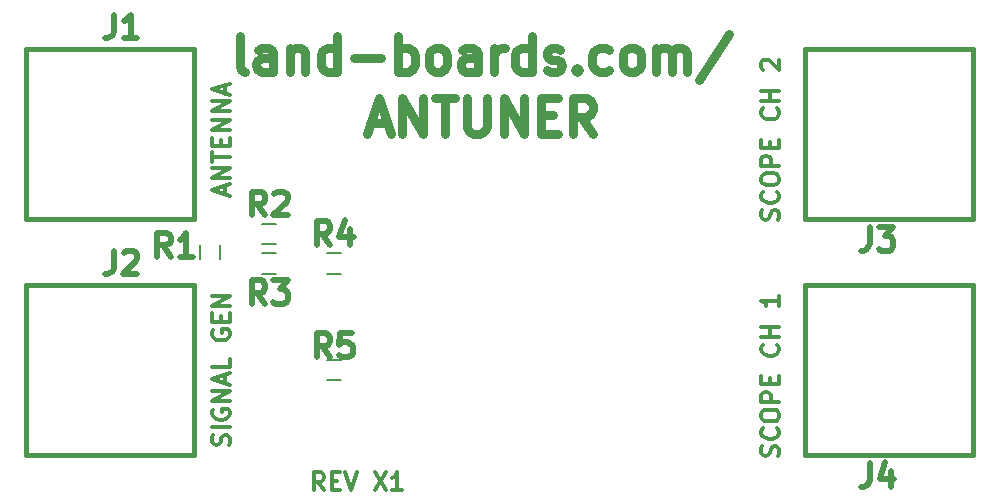
<source format=gbr>
G04 #@! TF.FileFunction,Legend,Top*
%FSLAX46Y46*%
G04 Gerber Fmt 4.6, Leading zero omitted, Abs format (unit mm)*
G04 Created by KiCad (PCBNEW 4.0.5) date 05/28/17 14:54:10*
%MOMM*%
%LPD*%
G01*
G04 APERTURE LIST*
%ADD10C,0.150000*%
%ADD11C,0.300000*%
%ADD12C,0.750000*%
%ADD13C,0.381000*%
%ADD14C,0.500000*%
G04 APERTURE END LIST*
D10*
D11*
X25142858Y-42678571D02*
X24642858Y-41964286D01*
X24285715Y-42678571D02*
X24285715Y-41178571D01*
X24857143Y-41178571D01*
X25000001Y-41250000D01*
X25071429Y-41321429D01*
X25142858Y-41464286D01*
X25142858Y-41678571D01*
X25071429Y-41821429D01*
X25000001Y-41892857D01*
X24857143Y-41964286D01*
X24285715Y-41964286D01*
X25785715Y-41892857D02*
X26285715Y-41892857D01*
X26500001Y-42678571D02*
X25785715Y-42678571D01*
X25785715Y-41178571D01*
X26500001Y-41178571D01*
X26928572Y-41178571D02*
X27428572Y-42678571D01*
X27928572Y-41178571D01*
X29428572Y-41178571D02*
X30428572Y-42678571D01*
X30428572Y-41178571D02*
X29428572Y-42678571D01*
X31785714Y-42678571D02*
X30928571Y-42678571D01*
X31357143Y-42678571D02*
X31357143Y-41178571D01*
X31214286Y-41392857D01*
X31071428Y-41535714D01*
X30928571Y-41607143D01*
X17107143Y-38857143D02*
X17178571Y-38642857D01*
X17178571Y-38285714D01*
X17107143Y-38142857D01*
X17035714Y-38071428D01*
X16892857Y-38000000D01*
X16750000Y-38000000D01*
X16607143Y-38071428D01*
X16535714Y-38142857D01*
X16464286Y-38285714D01*
X16392857Y-38571428D01*
X16321429Y-38714286D01*
X16250000Y-38785714D01*
X16107143Y-38857143D01*
X15964286Y-38857143D01*
X15821429Y-38785714D01*
X15750000Y-38714286D01*
X15678571Y-38571428D01*
X15678571Y-38214286D01*
X15750000Y-38000000D01*
X17178571Y-37357143D02*
X15678571Y-37357143D01*
X15750000Y-35857143D02*
X15678571Y-36000000D01*
X15678571Y-36214286D01*
X15750000Y-36428571D01*
X15892857Y-36571429D01*
X16035714Y-36642857D01*
X16321429Y-36714286D01*
X16535714Y-36714286D01*
X16821429Y-36642857D01*
X16964286Y-36571429D01*
X17107143Y-36428571D01*
X17178571Y-36214286D01*
X17178571Y-36071429D01*
X17107143Y-35857143D01*
X17035714Y-35785714D01*
X16535714Y-35785714D01*
X16535714Y-36071429D01*
X17178571Y-35142857D02*
X15678571Y-35142857D01*
X17178571Y-34285714D01*
X15678571Y-34285714D01*
X16750000Y-33642857D02*
X16750000Y-32928571D01*
X17178571Y-33785714D02*
X15678571Y-33285714D01*
X17178571Y-32785714D01*
X17178571Y-31571428D02*
X17178571Y-32285714D01*
X15678571Y-32285714D01*
X15750000Y-29142857D02*
X15678571Y-29285714D01*
X15678571Y-29500000D01*
X15750000Y-29714285D01*
X15892857Y-29857143D01*
X16035714Y-29928571D01*
X16321429Y-30000000D01*
X16535714Y-30000000D01*
X16821429Y-29928571D01*
X16964286Y-29857143D01*
X17107143Y-29714285D01*
X17178571Y-29500000D01*
X17178571Y-29357143D01*
X17107143Y-29142857D01*
X17035714Y-29071428D01*
X16535714Y-29071428D01*
X16535714Y-29357143D01*
X16392857Y-28428571D02*
X16392857Y-27928571D01*
X17178571Y-27714285D02*
X17178571Y-28428571D01*
X15678571Y-28428571D01*
X15678571Y-27714285D01*
X17178571Y-27071428D02*
X15678571Y-27071428D01*
X17178571Y-26214285D01*
X15678571Y-26214285D01*
X63607143Y-39785714D02*
X63678571Y-39571428D01*
X63678571Y-39214285D01*
X63607143Y-39071428D01*
X63535714Y-38999999D01*
X63392857Y-38928571D01*
X63250000Y-38928571D01*
X63107143Y-38999999D01*
X63035714Y-39071428D01*
X62964286Y-39214285D01*
X62892857Y-39499999D01*
X62821429Y-39642857D01*
X62750000Y-39714285D01*
X62607143Y-39785714D01*
X62464286Y-39785714D01*
X62321429Y-39714285D01*
X62250000Y-39642857D01*
X62178571Y-39499999D01*
X62178571Y-39142857D01*
X62250000Y-38928571D01*
X63535714Y-37428571D02*
X63607143Y-37500000D01*
X63678571Y-37714286D01*
X63678571Y-37857143D01*
X63607143Y-38071428D01*
X63464286Y-38214286D01*
X63321429Y-38285714D01*
X63035714Y-38357143D01*
X62821429Y-38357143D01*
X62535714Y-38285714D01*
X62392857Y-38214286D01*
X62250000Y-38071428D01*
X62178571Y-37857143D01*
X62178571Y-37714286D01*
X62250000Y-37500000D01*
X62321429Y-37428571D01*
X62178571Y-36500000D02*
X62178571Y-36214286D01*
X62250000Y-36071428D01*
X62392857Y-35928571D01*
X62678571Y-35857143D01*
X63178571Y-35857143D01*
X63464286Y-35928571D01*
X63607143Y-36071428D01*
X63678571Y-36214286D01*
X63678571Y-36500000D01*
X63607143Y-36642857D01*
X63464286Y-36785714D01*
X63178571Y-36857143D01*
X62678571Y-36857143D01*
X62392857Y-36785714D01*
X62250000Y-36642857D01*
X62178571Y-36500000D01*
X63678571Y-35214285D02*
X62178571Y-35214285D01*
X62178571Y-34642857D01*
X62250000Y-34499999D01*
X62321429Y-34428571D01*
X62464286Y-34357142D01*
X62678571Y-34357142D01*
X62821429Y-34428571D01*
X62892857Y-34499999D01*
X62964286Y-34642857D01*
X62964286Y-35214285D01*
X62892857Y-33714285D02*
X62892857Y-33214285D01*
X63678571Y-32999999D02*
X63678571Y-33714285D01*
X62178571Y-33714285D01*
X62178571Y-32999999D01*
X63535714Y-30357142D02*
X63607143Y-30428571D01*
X63678571Y-30642857D01*
X63678571Y-30785714D01*
X63607143Y-30999999D01*
X63464286Y-31142857D01*
X63321429Y-31214285D01*
X63035714Y-31285714D01*
X62821429Y-31285714D01*
X62535714Y-31214285D01*
X62392857Y-31142857D01*
X62250000Y-30999999D01*
X62178571Y-30785714D01*
X62178571Y-30642857D01*
X62250000Y-30428571D01*
X62321429Y-30357142D01*
X63678571Y-29714285D02*
X62178571Y-29714285D01*
X62892857Y-29714285D02*
X62892857Y-28857142D01*
X63678571Y-28857142D02*
X62178571Y-28857142D01*
X63678571Y-26214285D02*
X63678571Y-27071428D01*
X63678571Y-26642856D02*
X62178571Y-26642856D01*
X62392857Y-26785713D01*
X62535714Y-26928571D01*
X62607143Y-27071428D01*
X16750000Y-17607143D02*
X16750000Y-16892857D01*
X17178571Y-17750000D02*
X15678571Y-17250000D01*
X17178571Y-16750000D01*
X17178571Y-16250000D02*
X15678571Y-16250000D01*
X17178571Y-15392857D01*
X15678571Y-15392857D01*
X15678571Y-14892857D02*
X15678571Y-14035714D01*
X17178571Y-14464285D02*
X15678571Y-14464285D01*
X16392857Y-13535714D02*
X16392857Y-13035714D01*
X17178571Y-12821428D02*
X17178571Y-13535714D01*
X15678571Y-13535714D01*
X15678571Y-12821428D01*
X17178571Y-12178571D02*
X15678571Y-12178571D01*
X17178571Y-11321428D01*
X15678571Y-11321428D01*
X17178571Y-10607142D02*
X15678571Y-10607142D01*
X17178571Y-9749999D01*
X15678571Y-9749999D01*
X16750000Y-9107142D02*
X16750000Y-8392856D01*
X17178571Y-9249999D02*
X15678571Y-8749999D01*
X17178571Y-8249999D01*
X63607143Y-19785714D02*
X63678571Y-19571428D01*
X63678571Y-19214285D01*
X63607143Y-19071428D01*
X63535714Y-18999999D01*
X63392857Y-18928571D01*
X63250000Y-18928571D01*
X63107143Y-18999999D01*
X63035714Y-19071428D01*
X62964286Y-19214285D01*
X62892857Y-19499999D01*
X62821429Y-19642857D01*
X62750000Y-19714285D01*
X62607143Y-19785714D01*
X62464286Y-19785714D01*
X62321429Y-19714285D01*
X62250000Y-19642857D01*
X62178571Y-19499999D01*
X62178571Y-19142857D01*
X62250000Y-18928571D01*
X63535714Y-17428571D02*
X63607143Y-17500000D01*
X63678571Y-17714286D01*
X63678571Y-17857143D01*
X63607143Y-18071428D01*
X63464286Y-18214286D01*
X63321429Y-18285714D01*
X63035714Y-18357143D01*
X62821429Y-18357143D01*
X62535714Y-18285714D01*
X62392857Y-18214286D01*
X62250000Y-18071428D01*
X62178571Y-17857143D01*
X62178571Y-17714286D01*
X62250000Y-17500000D01*
X62321429Y-17428571D01*
X62178571Y-16500000D02*
X62178571Y-16214286D01*
X62250000Y-16071428D01*
X62392857Y-15928571D01*
X62678571Y-15857143D01*
X63178571Y-15857143D01*
X63464286Y-15928571D01*
X63607143Y-16071428D01*
X63678571Y-16214286D01*
X63678571Y-16500000D01*
X63607143Y-16642857D01*
X63464286Y-16785714D01*
X63178571Y-16857143D01*
X62678571Y-16857143D01*
X62392857Y-16785714D01*
X62250000Y-16642857D01*
X62178571Y-16500000D01*
X63678571Y-15214285D02*
X62178571Y-15214285D01*
X62178571Y-14642857D01*
X62250000Y-14499999D01*
X62321429Y-14428571D01*
X62464286Y-14357142D01*
X62678571Y-14357142D01*
X62821429Y-14428571D01*
X62892857Y-14499999D01*
X62964286Y-14642857D01*
X62964286Y-15214285D01*
X62892857Y-13714285D02*
X62892857Y-13214285D01*
X63678571Y-12999999D02*
X63678571Y-13714285D01*
X62178571Y-13714285D01*
X62178571Y-12999999D01*
X63535714Y-10357142D02*
X63607143Y-10428571D01*
X63678571Y-10642857D01*
X63678571Y-10785714D01*
X63607143Y-10999999D01*
X63464286Y-11142857D01*
X63321429Y-11214285D01*
X63035714Y-11285714D01*
X62821429Y-11285714D01*
X62535714Y-11214285D01*
X62392857Y-11142857D01*
X62250000Y-10999999D01*
X62178571Y-10785714D01*
X62178571Y-10642857D01*
X62250000Y-10428571D01*
X62321429Y-10357142D01*
X63678571Y-9714285D02*
X62178571Y-9714285D01*
X62892857Y-9714285D02*
X62892857Y-8857142D01*
X63678571Y-8857142D02*
X62178571Y-8857142D01*
X62321429Y-7071428D02*
X62250000Y-6999999D01*
X62178571Y-6857142D01*
X62178571Y-6499999D01*
X62250000Y-6357142D01*
X62321429Y-6285713D01*
X62464286Y-6214285D01*
X62607143Y-6214285D01*
X62821429Y-6285713D01*
X63678571Y-7142856D01*
X63678571Y-6214285D01*
D12*
X18428570Y-7232143D02*
X18142856Y-7089286D01*
X17999999Y-6803571D01*
X17999999Y-4232143D01*
X20857142Y-7232143D02*
X20857142Y-5660714D01*
X20714285Y-5375000D01*
X20428571Y-5232143D01*
X19857142Y-5232143D01*
X19571428Y-5375000D01*
X20857142Y-7089286D02*
X20571428Y-7232143D01*
X19857142Y-7232143D01*
X19571428Y-7089286D01*
X19428571Y-6803571D01*
X19428571Y-6517857D01*
X19571428Y-6232143D01*
X19857142Y-6089286D01*
X20571428Y-6089286D01*
X20857142Y-5946429D01*
X22285714Y-5232143D02*
X22285714Y-7232143D01*
X22285714Y-5517857D02*
X22428571Y-5375000D01*
X22714285Y-5232143D01*
X23142857Y-5232143D01*
X23428571Y-5375000D01*
X23571428Y-5660714D01*
X23571428Y-7232143D01*
X26285714Y-7232143D02*
X26285714Y-4232143D01*
X26285714Y-7089286D02*
X26000000Y-7232143D01*
X25428571Y-7232143D01*
X25142857Y-7089286D01*
X25000000Y-6946429D01*
X24857143Y-6660714D01*
X24857143Y-5803571D01*
X25000000Y-5517857D01*
X25142857Y-5375000D01*
X25428571Y-5232143D01*
X26000000Y-5232143D01*
X26285714Y-5375000D01*
X27714286Y-6089286D02*
X30000000Y-6089286D01*
X31428572Y-7232143D02*
X31428572Y-4232143D01*
X31428572Y-5375000D02*
X31714286Y-5232143D01*
X32285715Y-5232143D01*
X32571429Y-5375000D01*
X32714286Y-5517857D01*
X32857143Y-5803571D01*
X32857143Y-6660714D01*
X32714286Y-6946429D01*
X32571429Y-7089286D01*
X32285715Y-7232143D01*
X31714286Y-7232143D01*
X31428572Y-7089286D01*
X34571429Y-7232143D02*
X34285715Y-7089286D01*
X34142858Y-6946429D01*
X34000001Y-6660714D01*
X34000001Y-5803571D01*
X34142858Y-5517857D01*
X34285715Y-5375000D01*
X34571429Y-5232143D01*
X35000001Y-5232143D01*
X35285715Y-5375000D01*
X35428572Y-5517857D01*
X35571429Y-5803571D01*
X35571429Y-6660714D01*
X35428572Y-6946429D01*
X35285715Y-7089286D01*
X35000001Y-7232143D01*
X34571429Y-7232143D01*
X38142858Y-7232143D02*
X38142858Y-5660714D01*
X38000001Y-5375000D01*
X37714287Y-5232143D01*
X37142858Y-5232143D01*
X36857144Y-5375000D01*
X38142858Y-7089286D02*
X37857144Y-7232143D01*
X37142858Y-7232143D01*
X36857144Y-7089286D01*
X36714287Y-6803571D01*
X36714287Y-6517857D01*
X36857144Y-6232143D01*
X37142858Y-6089286D01*
X37857144Y-6089286D01*
X38142858Y-5946429D01*
X39571430Y-7232143D02*
X39571430Y-5232143D01*
X39571430Y-5803571D02*
X39714287Y-5517857D01*
X39857144Y-5375000D01*
X40142858Y-5232143D01*
X40428573Y-5232143D01*
X42714287Y-7232143D02*
X42714287Y-4232143D01*
X42714287Y-7089286D02*
X42428573Y-7232143D01*
X41857144Y-7232143D01*
X41571430Y-7089286D01*
X41428573Y-6946429D01*
X41285716Y-6660714D01*
X41285716Y-5803571D01*
X41428573Y-5517857D01*
X41571430Y-5375000D01*
X41857144Y-5232143D01*
X42428573Y-5232143D01*
X42714287Y-5375000D01*
X44000002Y-7089286D02*
X44285716Y-7232143D01*
X44857144Y-7232143D01*
X45142859Y-7089286D01*
X45285716Y-6803571D01*
X45285716Y-6660714D01*
X45142859Y-6375000D01*
X44857144Y-6232143D01*
X44428573Y-6232143D01*
X44142859Y-6089286D01*
X44000002Y-5803571D01*
X44000002Y-5660714D01*
X44142859Y-5375000D01*
X44428573Y-5232143D01*
X44857144Y-5232143D01*
X45142859Y-5375000D01*
X46571430Y-6946429D02*
X46714287Y-7089286D01*
X46571430Y-7232143D01*
X46428573Y-7089286D01*
X46571430Y-6946429D01*
X46571430Y-7232143D01*
X49285715Y-7089286D02*
X49000001Y-7232143D01*
X48428572Y-7232143D01*
X48142858Y-7089286D01*
X48000001Y-6946429D01*
X47857144Y-6660714D01*
X47857144Y-5803571D01*
X48000001Y-5517857D01*
X48142858Y-5375000D01*
X48428572Y-5232143D01*
X49000001Y-5232143D01*
X49285715Y-5375000D01*
X51000001Y-7232143D02*
X50714287Y-7089286D01*
X50571430Y-6946429D01*
X50428573Y-6660714D01*
X50428573Y-5803571D01*
X50571430Y-5517857D01*
X50714287Y-5375000D01*
X51000001Y-5232143D01*
X51428573Y-5232143D01*
X51714287Y-5375000D01*
X51857144Y-5517857D01*
X52000001Y-5803571D01*
X52000001Y-6660714D01*
X51857144Y-6946429D01*
X51714287Y-7089286D01*
X51428573Y-7232143D01*
X51000001Y-7232143D01*
X53285716Y-7232143D02*
X53285716Y-5232143D01*
X53285716Y-5517857D02*
X53428573Y-5375000D01*
X53714287Y-5232143D01*
X54142859Y-5232143D01*
X54428573Y-5375000D01*
X54571430Y-5660714D01*
X54571430Y-7232143D01*
X54571430Y-5660714D02*
X54714287Y-5375000D01*
X55000001Y-5232143D01*
X55428573Y-5232143D01*
X55714287Y-5375000D01*
X55857144Y-5660714D01*
X55857144Y-7232143D01*
X59428573Y-4089286D02*
X56857144Y-7946429D01*
X29071429Y-11625000D02*
X30500000Y-11625000D01*
X28785714Y-12482143D02*
X29785714Y-9482143D01*
X30785714Y-12482143D01*
X31785715Y-12482143D02*
X31785715Y-9482143D01*
X33500000Y-12482143D01*
X33500000Y-9482143D01*
X34500000Y-9482143D02*
X36214286Y-9482143D01*
X35357143Y-12482143D02*
X35357143Y-9482143D01*
X37214286Y-9482143D02*
X37214286Y-11910714D01*
X37357143Y-12196429D01*
X37500000Y-12339286D01*
X37785714Y-12482143D01*
X38357143Y-12482143D01*
X38642857Y-12339286D01*
X38785714Y-12196429D01*
X38928571Y-11910714D01*
X38928571Y-9482143D01*
X40357143Y-12482143D02*
X40357143Y-9482143D01*
X42071428Y-12482143D01*
X42071428Y-9482143D01*
X43500000Y-10910714D02*
X44500000Y-10910714D01*
X44928571Y-12482143D02*
X43500000Y-12482143D01*
X43500000Y-9482143D01*
X44928571Y-9482143D01*
X47928571Y-12482143D02*
X46928571Y-11053571D01*
X46214286Y-12482143D02*
X46214286Y-9482143D01*
X47357143Y-9482143D01*
X47642857Y-9625000D01*
X47785714Y-9767857D01*
X47928571Y-10053571D01*
X47928571Y-10482143D01*
X47785714Y-10767857D01*
X47642857Y-10910714D01*
X47357143Y-11053571D01*
X46214286Y-11053571D01*
D13*
X14117600Y-19688200D02*
X-83540Y-19688200D01*
X-78460Y-19693280D02*
X-78460Y-5294020D01*
X-83540Y-5288940D02*
X14117600Y-5288940D01*
X14135380Y-19688200D02*
X14135380Y-5288940D01*
X65882400Y-5311800D02*
X80083540Y-5311800D01*
X80078460Y-5306720D02*
X80078460Y-19705980D01*
X80083540Y-19711060D02*
X65882400Y-19711060D01*
X65864620Y-5311800D02*
X65864620Y-19711060D01*
D10*
X25400000Y-31625000D02*
X26600000Y-31625000D01*
X26600000Y-33375000D02*
X25400000Y-33375000D01*
X16375000Y-21900000D02*
X16375000Y-23100000D01*
X14625000Y-23100000D02*
X14625000Y-21900000D01*
X21100000Y-24375000D02*
X19900000Y-24375000D01*
X19900000Y-22625000D02*
X21100000Y-22625000D01*
X21100000Y-21875000D02*
X19900000Y-21875000D01*
X19900000Y-20125000D02*
X21100000Y-20125000D01*
X26600000Y-24375000D02*
X25400000Y-24375000D01*
X25400000Y-22625000D02*
X26600000Y-22625000D01*
D13*
X14117600Y-39688200D02*
X-83540Y-39688200D01*
X-78460Y-39693280D02*
X-78460Y-25294020D01*
X-83540Y-25288940D02*
X14117600Y-25288940D01*
X14135380Y-39688200D02*
X14135380Y-25288940D01*
X65882400Y-25311800D02*
X80083540Y-25311800D01*
X80078460Y-25306720D02*
X80078460Y-39705980D01*
X80083540Y-39711060D02*
X65882400Y-39711060D01*
X65864620Y-25311800D02*
X65864620Y-39711060D01*
D14*
X7333333Y-2404762D02*
X7333333Y-3833333D01*
X7238095Y-4119048D01*
X7047619Y-4309524D01*
X6761904Y-4404762D01*
X6571428Y-4404762D01*
X9333334Y-4404762D02*
X8190476Y-4404762D01*
X8761905Y-4404762D02*
X8761905Y-2404762D01*
X8571429Y-2690476D01*
X8380953Y-2880952D01*
X8190476Y-2976190D01*
X71333333Y-20404762D02*
X71333333Y-21833333D01*
X71238095Y-22119048D01*
X71047619Y-22309524D01*
X70761904Y-22404762D01*
X70571428Y-22404762D01*
X72095238Y-20404762D02*
X73333334Y-20404762D01*
X72666667Y-21166667D01*
X72952381Y-21166667D01*
X73142857Y-21261905D01*
X73238095Y-21357143D01*
X73333334Y-21547619D01*
X73333334Y-22023810D01*
X73238095Y-22214286D01*
X73142857Y-22309524D01*
X72952381Y-22404762D01*
X72380953Y-22404762D01*
X72190476Y-22309524D01*
X72095238Y-22214286D01*
X25666667Y-31404762D02*
X25000000Y-30452381D01*
X24523809Y-31404762D02*
X24523809Y-29404762D01*
X25285714Y-29404762D01*
X25476190Y-29500000D01*
X25571429Y-29595238D01*
X25666667Y-29785714D01*
X25666667Y-30071429D01*
X25571429Y-30261905D01*
X25476190Y-30357143D01*
X25285714Y-30452381D01*
X24523809Y-30452381D01*
X27476190Y-29404762D02*
X26523809Y-29404762D01*
X26428571Y-30357143D01*
X26523809Y-30261905D01*
X26714286Y-30166667D01*
X27190476Y-30166667D01*
X27380952Y-30261905D01*
X27476190Y-30357143D01*
X27571429Y-30547619D01*
X27571429Y-31023810D01*
X27476190Y-31214286D01*
X27380952Y-31309524D01*
X27190476Y-31404762D01*
X26714286Y-31404762D01*
X26523809Y-31309524D01*
X26428571Y-31214286D01*
X12166667Y-22904762D02*
X11500000Y-21952381D01*
X11023809Y-22904762D02*
X11023809Y-20904762D01*
X11785714Y-20904762D01*
X11976190Y-21000000D01*
X12071429Y-21095238D01*
X12166667Y-21285714D01*
X12166667Y-21571429D01*
X12071429Y-21761905D01*
X11976190Y-21857143D01*
X11785714Y-21952381D01*
X11023809Y-21952381D01*
X14071429Y-22904762D02*
X12928571Y-22904762D01*
X13500000Y-22904762D02*
X13500000Y-20904762D01*
X13309524Y-21190476D01*
X13119048Y-21380952D01*
X12928571Y-21476190D01*
X20166667Y-26904762D02*
X19500000Y-25952381D01*
X19023809Y-26904762D02*
X19023809Y-24904762D01*
X19785714Y-24904762D01*
X19976190Y-25000000D01*
X20071429Y-25095238D01*
X20166667Y-25285714D01*
X20166667Y-25571429D01*
X20071429Y-25761905D01*
X19976190Y-25857143D01*
X19785714Y-25952381D01*
X19023809Y-25952381D01*
X20833333Y-24904762D02*
X22071429Y-24904762D01*
X21404762Y-25666667D01*
X21690476Y-25666667D01*
X21880952Y-25761905D01*
X21976190Y-25857143D01*
X22071429Y-26047619D01*
X22071429Y-26523810D01*
X21976190Y-26714286D01*
X21880952Y-26809524D01*
X21690476Y-26904762D01*
X21119048Y-26904762D01*
X20928571Y-26809524D01*
X20833333Y-26714286D01*
X20166667Y-19404762D02*
X19500000Y-18452381D01*
X19023809Y-19404762D02*
X19023809Y-17404762D01*
X19785714Y-17404762D01*
X19976190Y-17500000D01*
X20071429Y-17595238D01*
X20166667Y-17785714D01*
X20166667Y-18071429D01*
X20071429Y-18261905D01*
X19976190Y-18357143D01*
X19785714Y-18452381D01*
X19023809Y-18452381D01*
X20928571Y-17595238D02*
X21023809Y-17500000D01*
X21214286Y-17404762D01*
X21690476Y-17404762D01*
X21880952Y-17500000D01*
X21976190Y-17595238D01*
X22071429Y-17785714D01*
X22071429Y-17976190D01*
X21976190Y-18261905D01*
X20833333Y-19404762D01*
X22071429Y-19404762D01*
X25666667Y-21904762D02*
X25000000Y-20952381D01*
X24523809Y-21904762D02*
X24523809Y-19904762D01*
X25285714Y-19904762D01*
X25476190Y-20000000D01*
X25571429Y-20095238D01*
X25666667Y-20285714D01*
X25666667Y-20571429D01*
X25571429Y-20761905D01*
X25476190Y-20857143D01*
X25285714Y-20952381D01*
X24523809Y-20952381D01*
X27380952Y-20571429D02*
X27380952Y-21904762D01*
X26904762Y-19809524D02*
X26428571Y-21238095D01*
X27666667Y-21238095D01*
X7333333Y-22404762D02*
X7333333Y-23833333D01*
X7238095Y-24119048D01*
X7047619Y-24309524D01*
X6761904Y-24404762D01*
X6571428Y-24404762D01*
X8190476Y-22595238D02*
X8285714Y-22500000D01*
X8476191Y-22404762D01*
X8952381Y-22404762D01*
X9142857Y-22500000D01*
X9238095Y-22595238D01*
X9333334Y-22785714D01*
X9333334Y-22976190D01*
X9238095Y-23261905D01*
X8095238Y-24404762D01*
X9333334Y-24404762D01*
X71333333Y-40404762D02*
X71333333Y-41833333D01*
X71238095Y-42119048D01*
X71047619Y-42309524D01*
X70761904Y-42404762D01*
X70571428Y-42404762D01*
X73142857Y-41071429D02*
X73142857Y-42404762D01*
X72666667Y-40309524D02*
X72190476Y-41738095D01*
X73428572Y-41738095D01*
M02*

</source>
